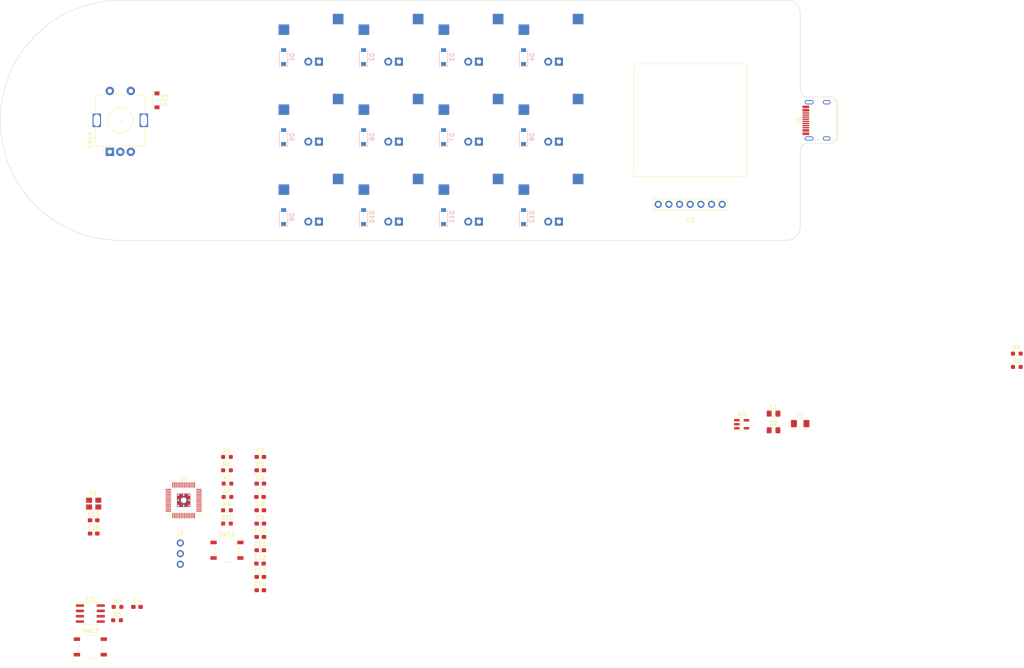
<source format=kicad_pcb>
(kicad_pcb (version 20211014) (generator pcbnew)
  (layers (0 "F.Cu" signal) (31 "B.Cu" signal) (34 "B.Paste" user) (35 "F.Paste" user) (36 "B.SilkS" user "B.Silkscreen") (37 "F.SilkS" user "F.Silkscreen") (38 "B.Mask" user) (39 "F.Mask" user) (44 "Edge.Cuts" user))
  (net 0 "")
  (net 1 "+5V")
  (net 2 "GND")
  (net 3 "+3V3")
  (net 4 "+1V1")
  (net 5 "/VREF_ADC")
  (net 6 "Net-(C15-Pad2)")
  (net 7 "Net-(C16-Pad2)")
  (net 8 "Row0")
  (net 9 "Net-(D1-Pad2)")
  (net 10 "Net-(D2-Pad2)")
  (net 11 "Net-(D3-Pad2)")
  (net 12 "Net-(D4-Pad2)")
  (net 13 "Row1")
  (net 14 "Net-(D5-Pad2)")
  (net 15 "Net-(D6-Pad2)")
  (net 16 "Net-(D7-Pad2)")
  (net 17 "Net-(D8-Pad2)")
  (net 18 "Row2")
  (net 19 "Net-(D9-Pad2)")
  (net 20 "Net-(D10-Pad2)")
  (net 21 "Net-(D11-Pad2)")
  (net 22 "Net-(D12-Pad2)")
  (net 23 "Net-(D13-Pad2)")
  (net 24 "VUSB")
  (net 25 "Net-(J1-PadA5)")
  (net 26 "/USB_D+")
  (net 27 "/USB_D-")
  (net 29 "Net-(J1-PadB5)")
  (net 32 "/SWDIO")
  (net 33 "/SWCLK")
  (net 34 "/QSPI_SS")
  (net 35 "/~{USB_BOOT}")
  (net 36 "/D+")
  (net 37 "/D-")
  (net 38 "Net-(R8-Pad2)")
  (net 39 "Net-(R9-Pad1)")
  (net 40 "/~{RESET}")
  (net 41 "Col0")
  (net 42 "Col1")
  (net 43 "Col2")
  (net 44 "Col3")
  (net 45 "/ENC_A")
  (net 46 "/ENC_B")
  (net 47 "/ENC_C")
  (net 48 "Col4")
  (net 49 "/MOSI")
  (net 50 "/SCLK")
  (net 51 "/CS")
  (net 52 "/DC")
  (net 53 "/OLED_RST")
  (net 67 "/QSPI_SD3")
  (net 68 "/QSPI_SCLK")
  (net 69 "/QSPI_SD0")
  (net 70 "/QSPI_SD2")
  (net 71 "/QSPI_SD1")
  (footprint "Capacitor_SMD:C_0603_1608Metric_Pad1.08x0.95mm_HandSolder" (layer "F.Cu") (at 89.69375 156.36875)
    (fp_text reference "C11" (at 0 -1.43) (layer "F.SilkS"))
    (fp_text value "2.2u")
    (pad "1" smd roundrect (at -0.8625 0) (size 1.075 0.95) (layers "F.Cu" "F.Paste" "F.Mask") (net 2 "GND"))
    (pad "2" smd roundrect (at 0.8625 0) (size 1.075 0.95) (layers "F.Cu" "F.Paste" "F.Mask") (net 4 "+1V1"))
  )
  (footprint "Capacitor_SMD:C_0805_2012Metric_Pad1.18x1.45mm_HandSolder" (layer "F.Cu") (at 211.93125 123.825)
    (fp_text reference "C1" (at 0 -1.68) (layer "F.SilkS"))
    (fp_text value "10u")
    (pad "1" smd roundrect (at -1.0375 0) (size 1.175 1.45) (layers "F.Cu" "F.Paste" "F.Mask") (roundrect_rratio 0.212766) (net 1 "+5V"))
    (pad "2" smd roundrect (at 1.0375 0) (size 1.175 1.45) (layers "F.Cu" "F.Paste" "F.Mask") (roundrect_rratio 0.212766) (net 2 "GND"))
  )
  (footprint "Capacitor_SMD:C_0603_1608Metric_Pad1.08x0.95mm_HandSolder" (layer "F.Cu") (at 89.69375 140.49375)
    (fp_text reference "C6" (at 0 -1.43) (layer "F.SilkS"))
    (fp_text value "100n")
    (pad "1" smd roundrect (at -0.8625 0) (size 1.075 0.95) (layers "F.Cu" "F.Paste" "F.Mask") (net 3 "+3V3"))
    (pad "2" smd roundrect (at 0.8625 0) (size 1.075 0.95) (layers "F.Cu" "F.Paste" "F.Mask") (net 2 "GND"))
  )
  (footprint "Resistor_SMD:R_0603_1608Metric_Pad0.98x0.95mm_HandSolder" (layer "F.Cu") (at 55.68125 169.8625)
    (fp_text reference "R3" (at 0 -1.43) (layer "F.SilkS"))
    (fp_text value "10k")
    (pad "1" smd roundrect (at -0.9125 0) (size 0.975 0.95) (layers "F.Cu" "F.Paste" "F.Mask") (net 3 "+3V3"))
    (pad "2" smd roundrect (at 0.9125 0) (size 0.975 0.95) (layers "F.Cu" "F.Paste" "F.Mask") (net 34 "/QSPI_SS"))
  )
  (footprint "jam-pad:SW_Push_PTS526" (layer "F.Cu") (at 49.2125 179.3875)
    (fp_text reference "SW13" (at 0 -3.81) (layer "F.SilkS"))
    (fp_text value "SW_Push")
    (pad "1" smd rect locked (at 3.2 -1.85) (size 1.5 0.85) (layers "F.Cu" "F.Paste" "F.Mask") (net 2 "GND"))
    (pad "1" smd rect locked (at -3.2 -1.85) (size 1.5 0.85) (layers "F.Cu" "F.Paste" "F.Mask") (net 2 "GND"))
    (pad "2" smd rect locked (at -3.2 1.85) (size 1.5 0.85) (layers "F.Cu" "F.Paste" "F.Mask") (net 35 "/~{USB_BOOT}"))
    (pad "2" smd rect locked (at 3.2 1.85) (size 1.5 0.85) (layers "F.Cu" "F.Paste" "F.Mask") (net 35 "/~{USB_BOOT}"))
  )
  (footprint "jam-pad:PinHeader_1x03_P2.54mm_NoSilk" (layer "F.Cu") (at 70.64375 154.6375)
    (fp_text reference "J2" (at 0 -2.33) (layer "F.SilkS"))
    (fp_text value "PH_01x03_2.54mm")
    (pad "1" thru_hole circle (at 0 0) (size 1.7 1.7) (drill 1) (layers *.Cu *.Mask) (net 32 "/SWDIO"))
    (pad "2" thru_hole oval (at 0 2.54) (size 1.7 1.7) (drill 1) (layers *.Cu *.Mask) (net 2 "GND"))
    (pad "3" thru_hole oval (at 0 5.08) (size 1.7 1.7) (drill 1) (layers *.Cu *.Mask) (net 33 "/SWCLK"))
  )
  (footprint "Capacitor_SMD:C_0603_1608Metric_Pad1.08x0.95mm_HandSolder" (layer "F.Cu") (at 89.69375 162.71875)
    (fp_text reference "C13" (at 0 -1.43) (layer "F.SilkS"))
    (fp_text value "100n")
    (pad "1" smd roundrect (at -0.8625 0) (size 1.075 0.95) (layers "F.Cu" "F.Paste" "F.Mask") (net 2 "GND"))
    (pad "2" smd roundrect (at 0.8625 0) (size 1.075 0.95) (layers "F.Cu" "F.Paste" "F.Mask") (net 4 "+1V1"))
  )
  (footprint "Keebio-Parts:RotaryEncoder_Alps_EC11E-Switch_Vertical_H20mm" (layer "F.Cu") (at 56.35625 53.975 90)
    (fp_text reference "SW14" (at -4.7 -7.2 90) (layer "F.SilkS"))
    (fp_text value "RotaryEncoder_Switch")
    (pad "A" thru_hole rect locked (at -7.5 -2.5 90) (size 2 2) (drill 1) (layers *.Cu *.Mask) (net 45 "/ENC_A"))
    (pad "B" thru_hole circle locked (at -7.5 2.5 90) (size 2 2) (drill 1) (layers *.Cu *.Mask) (net 46 "/ENC_B"))
    (pad "C" thru_hole circle locked (at -7.5 0 90) (size 2 2) (drill 1) (layers *.Cu *.Mask) (net 47 "/ENC_C"))
    (pad "MP" thru_hole rect locked (at 0 -5.6 90) (size 3.2 2) (drill oval 2.8 1.5) (layers *.Cu *.Mask))
    (pad "MP" thru_hole rect locked (at 0 5.6 90) (size 3.2 2) (drill oval 2.8 1.5) (layers *.Cu *.Mask))
    (pad "S1" thru_hole circle locked (at 7 2.5 90) (size 2 2) (drill 1) (layers *.Cu *.Mask) (net 23 "Net-(D13-Pad2)"))
    (pad "S2" thru_hole circle locked (at 7 -2.5 90) (size 2 2) (drill 1) (layers *.Cu *.Mask) (net 48 "Col4"))
  )
  (footprint "jam-pad:USB_C_Receptacle_GCT_USB4105-GF-A-120" (layer "F.Cu") (at 220.41875 53.975 90)
    (fp_text reference "J1" (at 0 -2.61 90) (layer "F.SilkS"))
    (fp_text value "USB_C")
    (pad "" np_thru_hole circle (at 2.89 0.5 90) (size 0.65 0.65) (drill 0.65) (layers F&B.Cu *.Mask))
    (pad "" np_thru_hole circle (at -2.89 0.5 90) (size 0.65 0.65) (drill 0.65) (layers F&B.Cu *.Mask))
    (pad "A1" smd rect (at -3.35 -0.8 90) (size 0.3 1.6) (layers "F.Cu" "F.Paste" "F.Mask") (net 2 "GND"))
    (pad "A4" smd rect (at -2.55 -0.8 90) (size 0.3 1.6) (layers "F.Cu" "F.Paste" "F.Mask") (net 24 "VUSB"))
    (pad "A5" smd rect (at -1.25 -0.8 90) (size 0.3 1.6) (layers "F.Cu" "F.Paste" "F.Mask") (net 25 "Net-(J1-PadA5)"))
    (pad "A6" smd rect (at -0.25 -0.8 90) (size 0.3 1.6) (layers "F.Cu" "F.Paste" "F.Mask") (net 26 "/USB_D+"))
    (pad "A7" smd rect (at 0.25 -0.8 90) (size 0.3 1.6) (layers "F.Cu" "F.Paste" "F.Mask") (net 27 "/USB_D-"))
    (pad "A8" smd rect (at 1.25 -0.8 90) (size 0.3 1.6) (layers "F.Cu" "F.Paste" "F.Mask"))
    (pad "A9" smd rect (at 2.55 -0.8 90) (size 0.3 1.6) (layers "F.Cu" "F.Paste" "F.Mask") (net 24 "VUSB"))
    (pad "A12" smd rect (at 3.35 -0.8 90) (size 0.3 1.6) (layers "F.Cu" "F.Paste" "F.Mask") (net 2 "GND"))
    (pad "B1" smd rect (at 3.05 -0.8 90) (size 0.3 1.6) (layers "F.Cu" "F.Paste" "F.Mask") (net 2 "GND"))
    (pad "B4" smd rect (at 2.25 -0.8 90) (size 0.3 1.6) (layers "F.Cu" "F.Paste" "F.Mask") (net 24 "VUSB"))
    (pad "B5" smd rect (at 1.75 -0.8 90) (size 0.3 1.6) (layers "F.Cu" "F.Paste" "F.Mask") (net 29 "Net-(J1-PadB5)"))
    (pad "B6" smd rect (at 0.75 -0.8 90) (size 0.3 1.6) (layers "F.Cu" "F.Paste" "F.Mask") (net 26 "/USB_D+"))
    (pad "B7" smd rect (at -0.75 -0.8 90) (size 0.3 1.6) (layers "F.Cu" "F.Paste" "F.Mask") (net 27 "/USB_D-"))
    (pad "B8" smd rect (at -1.75 -0.8 90) (size 0.3 1.6) (layers "F.Cu" "F.Paste" "F.Mask"))
    (pad "B9" smd rect (at -2.25 -0.8 90) (size 0.3 1.6) (layers "F.Cu" "F.Paste" "F.Mask") (net 24 "VUSB"))
    (pad "B12" smd rect (at -3.05 -0.8 90) (size 0.3 1.6) (layers "F.Cu" "F.Paste" "F.Mask") (net 2 "GND"))
    (pad "S1" thru_hole oval (at 4.32 4.18 90) (size 1 1.8) (drill oval 0.6 1.4) (layers *.Cu *.Mask))
    (pad "S1" thru_hole oval (at -4.32 0 90) (size 1 2.1) (drill oval 0.6 1.7) (layers *.Cu *.Mask))
    (pad "S1" thru_hole oval (at -4.32 4.18 90) (size 1 1.8) (drill oval 0.6 1.4) (layers *.Cu *.Mask))
    (pad "S1" thru_hole oval (at 4.32 0 90) (size 1 2.1) (drill oval 0.6 1.7) (layers *.Cu *.Mask))
  )
  (footprint "MX_Only:MXOnly-1U-Hotswap-LED" (layer "F.Cu") (at 121.44375 73.025)
    (fp_text reference "SW10")
    (fp_text value "MX_Hotswap")
    (pad "" np_thru_hole circle locked (at -5.08 0 48.0996) (size 1.75 1.75) (drill 1.75) (layers *.Cu *.Mask))
    (pad "" np_thru_hole circle locked (at -3.81 -2.54) (size 3 3) (drill 3) (layers *.Cu *.Mask))
    (pad "" np_thru_hole circle locked (at 2.54 -5.08) (size 3 3) (drill 3) (layers *.Cu *.Mask))
    (pad "" np_thru_hole circle locked (at 0 0) (size 3.9878 3.9878) (drill 3.9878) (layers *.Cu *.Mask))
    (pad "" np_thru_hole circle locked (at 5.08 0 48.0996) (size 1.75 1.75) (drill 1.75) (layers *.Cu *.Mask))
    (pad "1" smd rect locked (at -7.085 -2.54) (size 2.55 2.5) (layers "B.Cu" "B.Paste" "B.Mask") (net 20 "Net-(D10-Pad2)"))
    (pad "2" smd rect locked (at 5.842 -5.08) (size 2.55 2.5) (layers "B.Cu" "B.Paste" "B.Mask") (net 42 "Col1"))
    (pad "3" thru_hole circle locked (at -1.27 5.08) (size 1.905 1.905) (drill 1.04) (layers *.Cu "B.Mask"))
    (pad "4" thru_hole rect locked (at 1.27 5.08) (size 1.905 1.905) (drill 1.04) (layers *.Cu "B.Mask"))
  )
  (footprint "jam-pad:Display_Waveshare_OLED_1.5inch_128x128" (layer "F.Cu") (at 192.0875 53.975 90)
    (fp_text reference "U2" (at -23.8125 0) (layer "F.SilkS"))
    (fp_text value "OLED_RGB_128x128_waveshare")
    (pad "" np_thru_hole circle (at 19.75 16 90) (size 2.2 2.2) (drill 2.2) (layers F&B.Cu *.Mask))
    (pad "" np_thru_hole circle (at -19.75 -16 90) (size 2.2 2.2) (drill 2.2) (layers F&B.Cu *.Mask))
    (pad "" np_thru_hole circle (at -19.75 16 90) (size 2.2 2.2) (drill 2.2) (layers F&B.Cu *.Mask))
    (pad "" np_thru_hole circle (at 19.75 -16 90) (size 2.2 2.2) (drill 2.2) (layers F&B.Cu *.Mask))
    (pad "1" thru_hole circle (at -20 -7.62 90) (size 1.7 1.7) (drill 1) (layers *.Cu *.Mask) (net 3 "+3V3"))
    (pad "2" thru_hole oval (at -20 -5.08 90) (size 1.7 1.7) (drill 1) (layers *.Cu *.Mask) (net 2 "GND"))
    (pad "3" thru_hole oval (at -20 -2.54 90) (size 1.7 1.7) (drill 1) (layers *.Cu *.Mask) (net 49 "/MOSI"))
    (pad "4" thru_hole oval (at -20 0 90) (size 1.7 1.7) (drill 1) (layers *.Cu *.Mask) (net 50 "/SCLK"))
    (pad "5" thru_hole oval (at -20 2.54 90) (size 1.7 1.7) (drill 1) (layers *.Cu *.Mask) (net 51 "/CS"))
    (pad "6" thru_hole oval (at -20 5.08 90) (size 1.7 1.7) (drill 1) (layers *.Cu *.Mask) (net 52 "/DC"))
    (pad "7" thru_hole oval (at -20 7.62 90) (size 1.7 1.7) (drill 1) (layers *.Cu *.Mask) (net 53 "/OLED_RST"))
  )
  (footprint "Resistor_SMD:R_0603_1608Metric_Pad0.98x0.95mm_HandSolder" (layer "F.Cu") (at 81.75625 150.01875)
    (fp_text reference "R10" (at 0 -1.43) (layer "F.SilkS"))
    (fp_text value "10k")
    (pad "1" smd roundrect (at -0.9125 0) (size 0.975 0.95) (layers "F.Cu" "F.Paste" "F.Mask") (net 3 "+3V3"))
    (pad "2" smd roundrect (at 0.9125 0) (size 0.975 0.95) (layers "F.Cu" "F.Paste" "F.Mask") (net 40 "/~{RESET}"))
  )
  (footprint "Fuse:Fuse_1206_3216Metric_Pad1.42x1.75mm_HandSolder" (layer "F.Cu") (at 218.28125 126.20625)
    (fp_text reference "F1" (at 0 -1.82) (layer "F.SilkS"))
    (fp_text value "0ZCJ0025FF2E")
    (pad "1" smd roundrect (at -1.4875 0) (size 1.425 1.75) (layers "F.Cu" "F.Paste" "F.Mask") (roundrect_rratio 0.175439) (net 24 "VUSB"))
    (pad "2" smd roundrect (at 1.4875 0) (size 1.425 1.75) (layers "F.Cu" "F.Paste" "F.Mask") (roundrect_rratio 0.175439) (net 1 "+5V"))
  )
  (footprint "Capacitor_SMD:C_0603_1608Metric_Pad1.08x0.95mm_HandSolder" (layer "F.Cu") (at 89.69375 150.01875)
    (fp_text reference "C9" (at 0 -1.43) (layer "F.SilkS"))
    (fp_text value "100n")
    (pad "1" smd roundrect (at -0.8625 0) (size 1.075 0.95) (layers "F.Cu" "F.Paste" "F.Mask") (net 3 "+3V3"))
    (pad "2" smd roundrect (at 0.8625 0) (size 1.075 0.95) (layers "F.Cu" "F.Paste" "F.Mask") (net 2 "GND"))
  )
  (footprint "MX_Only:MXOnly-1U-Hotswap-LED" (layer "F.Cu") (at 140.49375 53.975)
    (fp_text reference "SW7")
    (fp_text value "MX_Hotswap")
    (pad "" np_thru_hole circle locked (at 0 0) (size 3.9878 3.9878) (drill 3.9878) (layers *.Cu *.Mask))
    (pad "" np_thru_hole circle locked (at 5.08 0 48.0996) (size 1.75 1.75) (drill 1.75) (layers *.Cu *.Mask))
    (pad "" np_thru_hole circle locked (at -5.08 0 48.0996) (size 1.75 1.75) (drill 1.75) (layers *.Cu *.Mask))
    (pad "" np_thru_hole circle locked (at 2.54 -5.08) (size 3 3) (drill 3) (layers *.Cu *.Mask))
    (pad "" np_thru_hole circle locked (at -3.81 -2.54) (size 3 3) (drill 3) (layers *.Cu *.Mask))
    (pad "1" smd rect locked (at -7.085 -2.54) (size 2.55 2.5) (layers "B.Cu" "B.Paste" "B.Mask") (net 16 "Net-(D7-Pad2)"))
    (pad "2" smd rect locked (at 5.842 -5.08) (size 2.55 2.5) (layers "B.Cu" "B.Paste" "B.Mask") (net 43 "Col2"))
    (pad "3" thru_hole circle locked (at -1.27 5.08) (size 1.905 1.905) (drill 1.04) (layers *.Cu "B.Mask"))
    (pad "4" thru_hole rect locked (at 1.27 5.08) (size 1.905 1.905) (drill 1.04) (layers *.Cu "B.Mask"))
  )
  (footprint "Resistor_SMD:R_0603_1608Metric_Pad0.98x0.95mm_HandSolder" (layer "F.Cu") (at 269.875 112.7125)
    (fp_text reference "R2" (at 0 -1.43) (layer "F.SilkS"))
    (fp_text value "5.1k")
    (pad "1" smd roundrect (at -0.9125 0) (size 0.975 0.95) (layers "F.Cu" "F.Paste" "F.Mask") (net 25 "Net-(J1-PadA5)"))
    (pad "2" smd roundrect (at 0.9125 0) (size 0.975 0.95) (layers "F.Cu" "F.Paste" "F.Mask") (net 2 "GND"))
  )
  (footprint "MX_Only:MXOnly-1U-Hotswap-LED" (layer "F.Cu") (at 159.54375 34.925)
    (fp_text reference "SW4")
    (fp_text value "MX_Hotswap")
    (pad "" np_thru_hole circle locked (at 2.54 -5.08) (size 3 3) (drill 3) (layers *.Cu *.Mask))
    (pad "" np_thru_hole circle locked (at -3.81 -2.54) (size 3 3) (drill 3) (layers *.Cu *.Mask))
    (pad "" np_thru_hole circle locked (at -5.08 0 48.0996) (size 1.75 1.75) (drill 1.75) (layers *.Cu *.Mask))
    (pad "" np_thru_hole circle locked (at 5.08 0 48.0996) (size 1.75 1.75) (drill 1.75) (layers *.Cu *.Mask))
    (pad "" np_thru_hole circle locked (at 0 0) (size 3.9878 3.9878) (drill 3.9878) (layers *.Cu *.Mask))
    (pad "1" smd rect locked (at -7.085 -2.54) (size 2.55 2.5) (layers "B.Cu" "B.Paste" "B.Mask") (net 12 "Net-(D4-Pad2)"))
    (pad "2" smd rect locked (at 5.842 -5.08) (size 2.55 2.5) (layers "B.Cu" "B.Paste" "B.Mask") (net 44 "Col3"))
    (pad "3" thru_hole circle locked (at -1.27 5.08) (size 1.905 1.905) (drill 1.04) (layers *.Cu "B.Mask"))
    (pad "4" thru_hole rect locked (at 1.27 5.08) (size 1.905 1.905) (drill 1.04) (layers *.Cu "B.Mask"))
  )
  (footprint "Crystal:Crystal_SMD_SeikoEpson_FA238-4Pin_3.2x2.5mm" (layer "F.Cu") (at 50.00625 145.25625)
    (fp_text reference "Y1" (at 0 -2.45) (layer "F.SilkS"))
    (fp_text value "ECS-120-18-33-JGN")
    (pad "1" smd rect (at -1.1 0.8) (size 1.4 1.2) (layers "F.Cu" "F.Paste" "F.Mask") (net 7 "Net-(C16-Pad2)"))
    (pad "2" smd rect (at 1.1 0.8) (size 1.4 1.2) (layers "F.Cu" "F.Paste" "F.Mask") (net 2 "GND"))
    (pad "3" smd rect (at 1.1 -0.8) (size 1.4 1.2) (layers "F.Cu" "F.Paste" "F.Mask") (net 6 "Net-(C15-Pad2)"))
    (pad "4" smd rect (at -1.1 -0.8) (size 1.4 1.2) (layers "F.Cu" "F.Paste" "F.Mask") (net 2 "GND"))
  )
  (footprint "Resistor_SMD:R_0603_1608Metric_Pad0.98x0.95mm_HandSolder" (layer "F.Cu") (at 81.875 143.66875)
    (fp_text reference "R8" (at 0 -1.43) (layer "F.SilkS"))
    (fp_text value "1k")
    (pad "1" smd roundrect (at -0.9125 0) (size 0.975 0.95) (layers "F.Cu" "F.Paste" "F.Mask") (net 6 "Net-(C15-Pad2)"))
    (pad "2" smd roundrect (at 0.9125 0) (size 0.975 0.95) (layers "F.Cu" "F.Paste" "F.Mask") (net 38 "Net-(R8-Pad2)"))
  )
  (footprint "Capacitor_SMD:C_0603_1608Metric_Pad1.08x0.95mm_HandSolder" (layer "F.Cu") (at 89.625 159.54375)
    (fp_text reference "C12" (at 0 -1.43) (layer "F.SilkS"))
    (fp_text value "100n")
    (pad "1" smd roundrect (at -0.8625 0) (size 1.075 0.95) (layers "F.Cu" "F.Paste" "F.Mask") (net 2 "GND"))
    (pad "2" smd roundrect (at 0.8625 0) (size 1.075 0.95) (layers "F.Cu" "F.Paste" "F.Mask") (net 4 "+1V1"))
  )
  (footprint "Capacitor_SMD:C_0603_1608Metric_Pad1.08x0.95mm_HandSolder" (layer "F.Cu") (at 50.00625 149.225)
    (fp_text reference "C15" (at 0 -1.43) (layer "F.SilkS"))
    (fp_text value "27p")
    (pad "1" smd roundrect (at -0.8625 0) (size 1.075 0.95) (layers "F.Cu" "F.Paste" "F.Mask") (net 2 "GND"))
    (pad "2" smd roundrect (at 0.8625 0) (size 1.075 0.95) (layers "F.Cu" "F.Paste" "F.Mask") (net 6 "Net-(C15-Pad2)"))
  )
  (footprint "MX_Only:MXOnly-1U-Hotswap-LED" (layer "F.Cu") (at 102.39375 53.975)
    (fp_text reference "SW5")
    (fp_text value "MX_Hotswap")
    (pad "" np_thru_hole circle locked (at 2.54 -5.08) (size 3 3) (drill 3) (layers *.Cu *.Mask))
    (pad "" np_thru_hole circle locked (at 0 0) (size 3.9878 3.9878) (drill 3.9878) (layers *.Cu *.Mask))
    (pad "" np_thru_hole circle locked (at -5.08 0 48.0996) (size 1.75 1.75) (drill 1.75) (layers *.Cu *.Mask))
    (pad "" np_thru_hole circle locked (at 5.08 0 48.0996) (size 1.75 1.75) (drill 1.75) (layers *.Cu *.Mask))
    (pad "" np_thru_hole circle locked (at -3.81 -2.54) (size 3 3) (drill 3) (layers *.Cu *.Mask))
    (pad "1" smd rect locked (at -7.085 -2.54) (size 2.55 2.5) (layers "B.Cu" "B.Paste" "B.Mask") (net 14 "Net-(D5-Pad2)"))
    (pad "2" smd rect locked (at 5.842 -5.08) (size 2.55 2.5) (layers "B.Cu" "B.Paste" "B.Mask") (net 41 "Col0"))
    (pad "3" thru_hole circle locked (at -1.27 5.08) (size 1.905 1.905) (drill 1.04) (layers *.Cu "B.Mask"))
    (pad "4" thru_hole rect locked (at 1.27 5.08) (size 1.905 1.905) (drill 1.04) (layers *.Cu "B.Mask"))
  )
  (footprint "Resistor_SMD:R_0603_1608Metric_Pad0.98x0.95mm_HandSolder" (layer "F.Cu") (at 269.875 109.5375)
    (fp_text reference "R1" (at 0 -1.43) (layer "F.SilkS"))
    (fp_text value "5.1k")
    (pad "1" smd roundrect (at -0.9125 0) (size 0.975 0.95) (layers "F.Cu" "F.Paste" "F.Mask") (net 29 "Net-(J1-PadB5)"))
    (pad "2" smd roundrect (at 0.9125 0) (size 0.975 0.95) (layers "F.Cu" "F.Paste" "F.Mask") (net 2 "GND"))
  )
  (footprint "Package_TO_SOT_SMD:SOT-23-5" (layer "F.Cu") (at 204.3375 126.3625)
    (fp_text reference "U4" (at 0 -2.4) (layer "F.SilkS"))
    (fp_text value "MIC5319-3.3YD5")
    (pad "1" smd roundrect (at -1.1375 -0.95) (size 1.325 0.6) (layers "F.Cu" "F.Paste" "F.Mask") (net 1 "+5V"))
    (pad "2" smd roundrect (at -1.1375 0) (size 1.325 0.6) (layers "F.Cu" "F.Paste" "F.Mask") (net 2 "GND"))
    (pad "3" smd roundrect (at -1.1375 0.95) (size 1.325 0.6) (layers "F.Cu" "F.Paste" "F.Mask") (net 1 "+5V"))
    (pad "4" smd roundrect (at 1.1375 0.95) (size 1.325 0.6) (layers "F.Cu" "F.Paste" "F.Mask"))
    (pad "5" smd roundrect (at 1.1375 -0.95) (size 1.325 0.6) (layers "F.Cu" "F.Paste" "F.Mask") (net 3 "+3V3"))
  )
  (footprint "MX_Only:MXOnly-1U-Hotswap-LED" (layer "F.Cu") (at 102.39375 73.025)
    (fp_text reference "SW9")
    (fp_text value "MX_Hotswap")
    (pad "" np_thru_hole circle locked (at 2.54 -5.08) (size 3 3) (drill 3) (layers *.Cu *.Mask))
    (pad "" np_thru_hole circle locked (at 5.08 0 48.0996) (size 1.75 1.75) (drill 1.75) (layers *.Cu *.Mask))
    (pad "" np_thru_hole circle locked (at -5.08 0 48.0996) (size 1.75 1.75) (drill 1.75) (layers *.Cu *.Mask))
    (pad "" np_thru_hole circle locked (at 0 0) (size 3.9878 3.9878) (drill 3.9878) (layers *.Cu *.Mask))
    (pad "" np_thru_hole circle locked (at -3.81 -2.54) (size 3 3) (drill 3) (layers *.Cu *.Mask))
    (pad "1" smd rect locked (at -7.085 -2.54) (size 2.55 2.5) (layers "B.Cu" "B.Paste" "B.Mask") (net 19 "Net-(D9-Pad2)"))
    (pad "2" smd rect locked (at 5.842 -5.08) (size 2.55 2.5) (layers "B.Cu" "B.Paste" "B.Mask") (net 41 "Col0"))
    (pad "3" thru_hole circle locked (at -1.27 5.08) (size 1.905 1.905) (drill 1.04) (layers *.Cu "B.Mask"))
    (pad "4" thru_hole rect locked (at 1.27 5.08) (size 1.905 1.905) (drill 1.04) (layers *.Cu "B.Mask"))
  )
  (footprint "Capacitor_SMD:C_0805_2012Metric_Pad1.18x1.45mm_HandSolder" (layer "F.Cu") (at 211.93125 127.79375)
    (fp_text reference "C2" (at 0 -1.68) (layer "F.SilkS"))
    (fp_text value "10u")
    (pad "1" smd roundrect (at -1.0375 0) (size 1.175 1.45) (layers "F.Cu" "F.Paste" "F.Mask") (roundrect_rratio 0.212766) (net 3 "+3V3"))
    (pad "2" smd roundrect (at 1.0375 0) (size 1.175 1.45) (layers "F.Cu" "F.Paste" "F.Mask") (roundrect_rratio 0.212766) (net 2 "GND"))
  )
  (footprint "Resistor_SMD:R_0603_1608Metric_Pad0.98x0.95mm_HandSolder" (layer "F.Cu") (at 81.875 140.49375)
    (fp_text reference "R7" (at 0 -1.43) (layer "F.SilkS"))
    (fp_text value "27")
    (pad "1" smd roundrect (at -0.9125 0) (size 0.975 0.95) (layers "F.Cu" "F.Paste" "F.Mask") (net 37 "/D-"))
    (pad "2" smd roundrect (at 0.9125 0) (size 0.975 0.95) (layers "F.Cu" "F.Paste" "F.Mask") (net 27 "/USB_D-"))
  )
  (footprint "MX_Only:MXOnly-1U-Hotswap-LED" (layer "F.Cu") (at 140.49375 34.925)
    (fp_text reference "SW3")
    (fp_text value "MX_Hotswap")
    (pad "" np_thru_hole circle locked (at 0 0) (size 3.9878 3.9878) (drill 3.9878) (layers *.Cu *.Mask))
    (pad "" np_thru_hole circle locked (at -5.08 0 48.0996) (size 1.75 1.75) (drill 1.75) (layers *.Cu *.Mask))
    (pad "" np_thru_hole circle locked (at 2.54 -5.08) (size 3 3) (drill 3) (layers *.Cu *.Mask))
    (pad "" np_thru_hole circle locked (at 5.08 0 48.0996) (size 1.75 1.75) (drill 1.75) (layers *.Cu *.Mask))
    (pad "" np_thru_hole circle locked (at -3.81 -2.54) (size 3 3) (drill 3) (layers *.Cu *.Mask))
    (pad "1" smd rect locked (at -7.085 -2.54) (size 2.55 2.5) (layers "B.Cu" "B.Paste" "B.Mask") (net 11 "Net-(D3-Pad2)"))
    (pad "2" smd rect locked (at 5.842 -5.08) (size 2.55 2.5) (layers "B.Cu" "B.Paste" "B.Mask") (net 43 "Col2"))
    (pad "3" thru_hole circle locked (at -1.27 5.08) (size 1.905 1.905) (drill 1.04) (layers *.Cu "B.Mask"))
    (pad "4" thru_hole rect locked (at 1.27 5.08) (size 1.905 1.905) (drill 1.04) (layers *.Cu "B.Mask"))
  )
  (footprint "Resistor_SMD:R_0603_1608Metric_Pad0.98x0.95mm_HandSolder" (layer "F.Cu") (at 81.75625 146.84375)
    (fp_text reference "R9" (at 0 -1.43) (layer "F.SilkS"))
    (fp_text value "1k")
    (pad "1" smd roundrect (at -0.9125 0) (size 0.975 0.95) (layers "F.Cu" "F.Paste" "F.Mask") (net 39 "Net-(R9-Pad1)"))
    (pad "2" smd roundrect (at 0.9125 0) (size 0.975 0.95) (layers "F.Cu" "F.Paste" "F.Mask") (net 35 "/~{USB_BOOT}"))
  )
  (footprint "MX_Only:MXOnly-1U-Hotswap-LED" (layer "F.Cu") (at 102.39375 34.925)
    (fp_text reference "SW1")
    (fp_text value "MX_Hotswap")
    (pad "" np_thru_hole circle locked (at 0 0) (size 3.9878 3.9878) (drill 3.9878) (layers *.Cu *.Mask))
    (pad "" np_thru_hole circle locked (at 2.54 -5.08) (size 3 3) (drill 3) (layers *.Cu *.Mask))
    (pad "" np_thru_hole circle locked (at 5.08 0 48.0996) (size 1.75 1.75) (drill 1.75) (layers *.Cu *.Mask))
    (pad "" np_thru_hole circle locked (at -5.08 0 48.0996) (size 1.75 1.75) (drill 1.75) (layers *.Cu *.Mask))
    (pad "" np_thru_hole circle locked (at -3.81 -2.54) (size 3 3) (drill 3) (layers *.Cu *.Mask))
    (pad "1" smd rect locked (at -7.085 -2.54) (size 2.55 2.5) (layers "B.Cu" "B.Paste" "B.Mask") (net 9 "Net-(D1-Pad2)"))
    (pad "2" smd rect locked (at 5.842 -5.08) (size 2.55 2.5) (layers "B.Cu" "B.Paste" "B.Mask") (net 41 "Col0"))
    (pad "3" thru_hole circle locked (at -1.27 5.08) (size 1.905 1.905) (drill 1.04) (layers *.Cu "B.Mask"))
    (pad "4" thru_hole rect locked (at 1.27 5.08) (size 1.905 1.905) (drill 1.04) (layers *.Cu "B.Mask"))
  )
  (footprint "Package_SO:SOIC-8_3.9x4.9mm_P1.27mm" (layer "F.Cu") (at 49.2125 171.45)
    (fp_text reference "U3" (at 0 -3.4) (layer "F.SilkS"))
    (fp_text value "W25Q16JVSNIQ")
    (pad "1" smd roundrect (at -2.475 -1.905) (size 1.95 0.6) (layers "F.Cu" "F.Paste" "F.Mask") (net 34 "/QSPI_SS"))
    (pad "2" smd roundrect (at -2.475 -0.635) (size 1.95 0.6) (layers "F.Cu" "F.Paste" "F.Mask") (net 71 "/QSPI_SD1"))
    (pad "3" smd roundrect (at -2.475 0.635) (size 1.95 0.6) (layers "F.Cu" "F.Paste" "F.Mask") (net 70 "/QSPI_SD2"))
    (pad "4" smd roundrect (at -2.475 1.905) (size 1.95 0.6) (layers "F.Cu" "F.Paste" "F.Mask") (net 2 "GND"))
    (pad "5" smd roundrect (at 2.475 1.905) (size 1.95 0.6) (layers "F.Cu" "F.Paste" "F.Mask") (net 69 "/QSPI_SD0"))
    (pad "6" smd roundrect (at 2.475 0.635) (size 1.95 0.6) (layers "F.Cu" "F.Paste" "F.Mask") (net 68 "/QSPI_SCLK"))
    (pad "7" smd roundrect (at 2.475 -0.635) (size 1.95 0.6) (layers "F.Cu" "F.Paste" "F.Mask") (net 67 "/QSPI_SD3"))
    (pad "8" smd roundrect (at 2.475 -1.905) (size 1.95 0.6) (layers "F.Cu" "F.Paste" "F.Mask") (net 3 "+3V3"))
  )
  (footprint "MX_Only:MXOnly-1U-Hotswap-LED" (layer "F.Cu") (at 121.44375 34.925)
    (fp_text reference "SW2")
    (fp_text value "MX_Hotswap")
    (pad "" np_thru_hole circle locked (at -5.08 0 48.0996) (size 1.75 1.75) (drill 1.75) (layers *.Cu *.Mask))
    (pad "" np_thru_hole circle locked (at -3.81 -2.54) (size 3 3) (drill 3) (layers *.Cu *.Mask))
    (pad "" np_thru_hole circle locked (at 2.54 -5.08) (size 3 3) (drill 3) (layers *.Cu *.Mask))
    (pad "" np_thru_hole circle locked (at 0 0) (size 3.9878 3.9878) (drill 3.9878) (layers *.Cu *.Mask))
    (pad "" np_thru_hole circle locked (at 5.08 0 48.0996) (size 1.75 1.75) (drill 1.75) (layers *.Cu *.Mask))
    (pad "1" smd rect locked (at -7.085 -2.54) (size 2.55 2.5) (layers "B.Cu" "B.Paste" "B.Mask") (net 10 "Net-(D2-Pad2)"))
    (pad "2" smd rect locked (at 5.842 -5.08) (size 2.55 2.5) (layers "B.Cu" "B.Paste" "B.Mask") (net 42 "Col1"))
    (pad "3" thru_hole circle locked (at -1.27 5.08) (size 1.905 1.905) (drill 1.04) (layers *.Cu "B.Mask"))
    (pad "4" thru_hole rect locked (at 1.27 5.08) (size 1.905 1.905) (drill 1.04) (layers *.Cu "B.Mask"))
  )
  (footprint "MX_Only:MXOnly-1U-Hotswap-LED" (layer "F.Cu") (at 159.54375 53.975)
    (fp_text reference "SW8")
    (fp_text value "MX_Hotswap")
    (pad "" np_thru_hole circle locked (at 0 0) (size 3.9878 3.9878) (drill 3.9878) (layers *.Cu *.Mask))
    (pad "" np_thru_hole circle locked (at -5.08 0 48.0996) (size 1.75 1.75) (drill 1.75) (layers *.Cu *.Mask))
    (pad "" np_thru_hole circle locked (at 2.54 -5.08) (size 3 3) (drill 3) (layers *.Cu *.Mask))
    (pad "" np_thru_hole circle locked (at -3.81 -2.54) (size 3 3) (drill 3) (layers *.Cu *.Mask))
    (pad "" np_thru_hole circle locked (at 5.08 0 48.0996) (size 1.75 1.75) (drill 1.75) (layers *.Cu *.Mask))
    (pad "1" smd rect locked (at -7.085 -2.54) (size 2.55 2.5) (layers "B.Cu" "B.Paste" "B.Mask") (net 17 "Net-(D8-Pad2)"))
    (pad "2" smd rect locked (at 5.842 -5.08) (size 2.55 2.5) (layers "B.Cu" "B.Paste" "B.Mask") (net 44 "Col3"))
    (pad "3" thru_hole circle locked (at -1.27 5.08) (size 1.905 1.905) (drill 1.04) (layers *.Cu "B.Mask"))
    (pad "4" thru_hole rect locked (at 1.27 5.08) (size 1.905 1.905) (drill 1.04) (layers *.Cu "B.Mask"))
  )
  (footprint "MX_Only:MXOnly-1U-Hotswap-LED" (layer "F.Cu") (at 159.54375 73.025)
    (fp_text reference "SW12")
    (fp_text value "MX_Hotswap")
    (pad "" np_thru_hole circle locked (at 2.54 -5.08) (size 3 3) (drill 3) (layers *.Cu *.Mask))
    (pad "" np_thru_hole circle locked (at -5.08 0 48.0996) (size 1.75 1.75) (drill 1.75) (layers *.Cu *.Mask))
    (pad "" np_thru_hole circle locked (at -3.81 -2.54) (size 3 3) (drill 3) (layers *.Cu *.Mask))
    (pad "" np_thru_hole circle locked (at 0 0) (size 3.9878 3.9878) (drill 3.9878) (layers *.Cu *.Mask))
    (pad "" np_thru_hole circle locked (at 5.08 0 48.0996) (size 1.75 1.75) (drill 1.75) (layers *.Cu *.Mask))
    (pad "1" smd rect locked (at -7.085 -2.54) (size 2.55 2.5) (layers "B.Cu" "B.Paste" "B.Mask") (net 22 "Net-(D12-Pad2)"))
    (pad "2" smd rect locked (at 5.842 -5.08) (size 2.55 2.5) (layers "B.Cu" "B.Paste" "B.Mask") (net 44 "Col3"))
    (pad "3" thru_hole circle locked (at -1.27 5.08) (size 1.905 1.905) (drill 1.04) (layers *.Cu "B.Mask"))
    (pad "4" thru_hole rect locked (at 1.27 5.08) (size 1.905 1.905) (drill 1.04) (layers *.Cu "B.Mask"))
  )
  (footprint "Diode_SMD:D_SOD-123" (layer "F.Cu") (at 65.0875 49.2125 -90)
    (fp_text reference "D13" (at 0 -2 90) (layer "F.SilkS"))
    (fp_text value "1N4148W")
    (pad "1" smd rect (at -1.65 0 270) (size 0.9 1.2) (layers "F.Cu" "F.Paste" "F.Mask") (net 8 "Row0"))
    (pad "2" smd rect (at 1.65 0 270) (size 0.9 1.2) (layers "F.Cu" "F.Paste" "F.Mask") (net 23 "Net-(D13-Pad2)"))
  )
  (footprint "Capacitor_SMD:C_0603_1608Metric_Pad1.08x0.95mm_HandSolder" (layer "F.Cu") (at 89.69375 134.14375)
    (fp_text reference "C3" (at 0 -1.43) (layer "F.SilkS"))
    (fp_text value "2.2u")
    (pad "1" smd roundrect (at -0.8625 0) (size 1.075 0.95) (layers "F.Cu" "F.Paste" "F.Mask") (net 3 "+3V3"))
    (pad "2" smd roundrect (at 0.8625 0) (size 1.075 0.95) (layers "F.Cu" "F.Paste" "F.Mask") (net 2 "GND"))
  )
  (footprint "Resistor_SMD:R_0603_1608Metric_Pad0.98x0.95mm_HandSolder" (layer "F.Cu") (at 81.75625 137.31875)
    (fp_text reference "R6" (at 0 -1.43) (layer "F.SilkS"))
    (fp_text value "27")
    (pad "1" smd roundrect (at -0.9125 0) (size 0.975 0.95) (layers "F.Cu" "F.Paste" "F.Mask") (net 36 "/D+"))
    (pad "2" smd roundrect (at 0.9125 0) (size 0.975 0.95) (layers "F.Cu" "F.Paste" "F.Mask") (net 26 "/USB_D+"))
  )
  (footprint "jam-pad:SW_Push_PTS526" (layer "F.Cu") (at 81.75625 156.36875)
    (fp_text reference "SW15" (at 0 -3.81) (layer "F.SilkS"))
    (fp_text value "SW_Push")
    (pad "1" smd rect locked (at 3.2 -1.85) (size 1.5 0.85) (layers "F.Cu" "F.Paste" "F.Mask") (net 2 "GND"))
    (pad "1" smd rect locked (at -3.2 -1.85) (size 1.5 0.85) (layers "F.Cu" "F.Paste" "F.Mask") (net 2 "GND"))
    (pad "2" smd rect locked (at -3.2 1.85) (size 1.5 0.85) (layers "F.Cu" "F.Paste" "F.Mask") (net 40 "/~{RESET}"))
    (pad "2" smd rect locked (at 3.2 1.85) (size 1.5 0.85) (layers "F.Cu" "F.Paste" "F.Mask") (net 40 "/~{RESET}"))
  )
  (footprint "Resistor_SMD:R_0603_1608Metric_Pad0.98x0.95mm_HandSolder" (layer "F.Cu") (at 55.5625 173.0375)
    (fp_text reference "R5" (at 0 -1.43) (layer "F.SilkS"))
    (fp_text value "1k")
    (pad "1" smd roundrect (at -0.9125 0) (size 0.975 0.95) (layers "F.Cu" "F.Paste" "F.Mask") (net 34 "/QSPI_SS"))
    (pad "2" smd roundrect (at 0.9125 0) (size 0.975 0.95) (layers "F.Cu" "F.Paste" "F.Mask") (net 35 "/~{USB_BOOT}"))
  )
  (footprint "Capacitor_SMD:C_0603_1608Metric_Pad1.08x0.95mm_HandSolder" (layer "F.Cu") (at 50.00625 152.4)
    (fp_text reference "C16" (at 0 -1.43) (layer "F.SilkS"))
    (fp_text value "27p")
    (pad "1" smd roundrect (at -0.8625 0) (size 1.075 0.95) (layers "F.Cu" "F.Paste" "F.Mask") (net 2 "GND"))
    (pad "2" smd roundrect (at 0.8625 0) (size 1.075 0.95) (layers "F.Cu" "F.Paste" "F.Mask") (net 7 "Net-(C16-Pad2)"))
  )
  (footprint "Capacitor_SMD:C_0603_1608Metric_Pad1.08x0.95mm_HandSolder" (layer "F.Cu") (at 89.69375 137.31875)
    (fp_text reference "C5" (at 0 -1.43) (layer "F.SilkS"))
    (fp_text value "100n")
    (pad "1" smd roundrect (at -0.8625 0) (size 1.075 0.95) (layers "F.Cu" "F.Paste" "F.Mask") (net 3 "+3V3"))
    (pad "2" smd roundrect (at 0.8625 0) (size 1.075 0.95) (layers "F.Cu" "F.Paste" "F.Mask") (net 2 "GND"))
  )
  (footprint "Capacitor_SMD:C_0603_1608Metric_Pad1.08x0.95mm_HandSolder" (layer "F.Cu") (at 60.325 169.8625)
    (fp_text reference "C4" (at 0 -1.43) (layer "F.SilkS"))
    (fp_text value "100n")
    (pad "1" smd roundrect (at -0.8625 0) (size 1.075 0.95) (layers "F.Cu" "F.Paste" "F.Mask") (net 3 "+3V3"))
    (pad "2" smd roundrect (at 0.8625 0) (size 1.075 0.95) (layers "F.Cu" "F.Paste" "F.Mask") (net 2 "GND"))
  )
  (footprint "MX_Only:MXOnly-1U-Hotswap-LED" (layer "F.Cu") (at 121.44375 53.975)
    (fp_text reference "SW6")
    (fp_text value "MX_Hotswap")
    (pad "" np_thru_hole circle locked (at -5.08 0 48.0996) (size 1.75 1.75) (drill 1.75) (layers *.Cu *.Mask))
    (pad "" np_thru_hole circle locked (at -3.81 -2.54) (size 3 3) (drill 3) (layers *.Cu *.Mask))
    (pad "" np_thru_hole circle locked (at 2.54 -5.08) (size 3 3) (drill 3) (layers *.Cu *.Mask))
    (pad "" np_thru_hole circle locked (at 0 0) (size 3.9878 3.9878) (drill 3.9878) (layers *.Cu *.Mask))
    (pad "" np_thru_hole circle locked (at 5.08 0 48.0996) (size 1.75 1.75) (drill 1.75) (layers *.Cu *.Mask))
    (pad "1" smd rect locked (at -7.085 -2.54) (size 2.55 2.5) (layers "B.Cu" "B.Paste" "B.Mask") (net 15 "Net-(D6-Pad2)"))
    (pad "2" smd rect locked (at 5.842 -5.08) (size 2.55 2.5) (layers "B.Cu" "B.Paste" "B.Mask") (net 42 "Col1"))
    (pad "3" thru_hole circle locked (at -1.27 5.08) (size 1.905 1.905) (drill 1.04) (layers *.Cu "B.Mask"))
    (pad "4" thru_hole rect locked (at 1.27 5.08) (size 1.905 1.905) (drill 1.04) (layers *.Cu "B.Mask"))
  )
  (footprint "Capacitor_SMD:C_0603_1608Metric_Pad1.08x0.95mm_HandSolder" (layer "F.Cu") (at 89.625 143.66875)
    (fp_text reference "C7" (at 0 -1.43) (layer "F.SilkS"))
    (fp_text value "100n")
    (pad "1" smd roundrect (at -0.8625 0) (size 1.075 0.95) (layers "F.Cu" "F.Paste" "F.Mask") (net 3 "+3V3"))
    (pad "2" smd roundrect (at 0.8625 0) (size 1.075 0.95) (layers "F.Cu" "F.Paste" "F.Mask") (net 2 "GND"))
  )
  (footprint "Capacitor_SMD:C_0603_1608Metric_Pad1.08x0.95mm_HandSolder" (layer "F.Cu") (at 89.69375 146.84375)
    (fp_text reference "C8" (at 0 -1.43) (layer "F.SilkS"))
    (fp_text value "100n")
    (pad "1" smd roundrect (at -0.8625 0) (size 1.075 0.95) (layers "F.Cu" "F.Paste" "F.Mask") (net 3 "+3V3"))
    (pad "2" smd roundrect (at 0.8625 0) (size 1.075 0.95) (layers "F.Cu" "F.Paste" "F.Mask") (net 2 "GND"))
  )
  (footprint "Capacitor_SMD:C_0603_1608Metric_Pad1.08x0.95mm_HandSolder" (layer "F.Cu") (at 89.69375 165.89375)
    (fp_text reference "C14" (at 0 -1.43) (layer "F.SilkS"))
    (fp_text value "2.2u")
    (pad "1" smd roundrect (at -0.8625 0) (size 1.075 0.95) (layers "F.Cu" "F.Paste" "F.Mask") (net 5 "/VREF_ADC"))
    (pad "2" smd roundrect (at 0.8625 0) (size 1.075 0.95) (layers "F.Cu" "F.Paste" "F.Mask") (net 2 "GND"))
  )
  (footprint "Resistor_SMD:R_0603_1608Metric_Pad0.98x0.95mm_HandSolder" (layer "F.Cu") (at 81.75625 134.14375)
    (fp_text reference "R4" (at 0 -1.43) (layer "F.SilkS"))
    (fp_text value "200")
    (pad "1" smd roundrect (at -0.9125 0) (size 0.975 0.95) (layers "F.Cu" "F.Paste" "F.Mask") (net 3 "+3V3"))
    (pad "2" smd roundrect (at 0.9125 0) (size 0.975 0.95) (layers "F.Cu" "F.Paste" "F.Mask") (net 5 "/VREF_ADC"))
  )
  (footprint "MX_Only:MXOnly-1U-Hotswap-LED" (layer "F.Cu") (at 140.49375 73.025)
    (fp_text reference "SW11")
    (fp_text value "MX_Hotswap")
    (pad "" np_thru_hole circle locked (at 2.54 -5.08) (size 3 3) (drill 3) (layers *.Cu *.Mask))
    (pad "" np_thru_hole circle locked (at 0 0) (size 3.9878 3.9878) (drill 3.9878) (layers *.Cu *.Mask))
    (pad "" np_thru_hole circle locked (at -5.08 0 48.0996) (size 1.75 1.75) (drill 1.75) (layers *.Cu *.Mask))
    (pad "" np_thru_hole circle locked (at 5.08 0 48.0996) (size 1.75 1.75) (drill 1.75) (layers *.Cu *.Mask))
    (pad "" np_thru_hole circle locked (at -3.81 -2.54) (size 3 3) (drill 3) (layers *.Cu *.Mask))
    (pad "1" smd rect locked (at -7.085 -2.54) (size 2.55 2.5) (layers "B.Cu" "B.Paste" "B.Mask") (net 21 "Net-(D11-Pad2)"))
    (pad "2" smd rect locked (at 5.842 -5.08) (size 2.55 2.5) (layers "B.Cu" "B.Paste" "B.Mask") (net 43 "Col2"))
    (pad "3" thru_hole circle locked (at -1.27 5.08) (size 1.905 1.905) (drill 1.04) (layers *.Cu "B.Mask"))
    (pad "4" thru_hole rect locked (at 1.27 5.08) (size 1.905 1.905) (drill 1.04) (layers *.Cu "B.Mask"))
  )
  (footprint "jam-pad:RP2040-QFN-56_HandSoldering" (layer "F.Cu") (at 71.4375 144.4625)
    (fp_text reference "U1" (at 0 -5) (layer "F.SilkS"))
    (fp_text value "RP2040")
    (pad "1" smd roundrect (at -3.65 -2.6) (size 1.3 0.2) (layers "F.Cu" "F.Paste" "F.Mask") (net 3 "+3V3"))
    (pad "2" smd roundrect (at -3.65 -2.2) (size 1.3 0.2) (layers "F.Cu" "F.Paste" "F.Mask") (net 8 "Row0"))
    (pad "3" smd roundrect (at -3.65 -1.8) (size 1.3 0.2) (layers "F.Cu" "F.Paste" "F.Mask") (net 13 "Row1"))
    (pad "4" smd roundrect (at -3.65 -1.4) (size 1.3 0.2) (layers "F.Cu" "F.Paste" "F.Mask") (net 18 "Row2"))
    (pad "5" smd roundrect (at -3.65 -1) (size 1.3 0.2) (layers "F.Cu" "F.Paste" "F.Mask") (net 41 "Col0"))
    (pad "6" smd roundrect (at -3.65 -0.6) (size 1.3 0.2) (layers "F.Cu" "F.Paste" "F.Mask") (net 42 "Col1"))
    (pad "7" smd roundrect (at -3.65 -0.2) (size 1.3 0.2) (layers "F.Cu" "F.Paste" "F.Mask") (net 43 "Col2"))
    (pad "8" smd roundrect (at -3.65 0.2) (size 1.3 0.2) (layers "F.Cu" "F.Paste" "F.Mask") (net 44 "Col3"))
    (pad "9" smd roundrect (at -3.65 0.6) (size 1.3 0.2) (layers "F.Cu" "F.Paste" "F.Mask") (net 48 "Col4"))
    (pad "10" smd roundrect (at -3.65 1) (size 1.3 0.2) (layers "F.Cu" "F.Paste" "F.Mask") (net 3 "+3V3"))
    (pad "11" smd roundrect (at -3.65 1.4) (size 1.3 0.2) (layers "F.Cu" "F.Paste" "F.Mask") (net 49 "/MOSI"))
    (pad "12" smd roundrect (at -3.65 1.8) (size 1.3 0.2) (layers "F.Cu" "F.Paste" "F.Mask") (net 50 "/SCLK"))
    (pad "13" smd roundrect (at -3.65 2.2) (size 1.3 0.2) (layers "F.Cu" "F.Paste" "F.Mask") (net 51 "/CS"))
    (pad "14" smd roundrect (at -3.65 2.6) (size 1.3 0.2) (layers "F.Cu" "F.Paste" "F.Mask") (net 52 "/DC"))
    (pad "15" smd roundrect (at -2.6 3.65) (size 0.2 1.3) (layers "F.Cu" "F.Paste" "F.Mask") (net 53 "/OLED_RST"))
    (pad "16" smd roundrect (at -2.2 3.65) (size 0.2 1.3) (layers "F.Cu" "F.Paste" "F.Mask") (net 45 "/ENC_A"))
    (pad "17" smd roundrect (at -1.8 3.65) (size 0.2 1.3) (layers "F.Cu" "F.Paste" "F.Mask") (net 47 "/ENC_C"))
    (pad "18" smd roundrect (at -1.4 3.65) (size 0.2 1.3) (layers "F.Cu" "F.Paste" "F.Mask") (net 46 "/ENC_B"))
    (pad "19" smd roundrect (at -1 3.65) (size 0.2 1.3) (layers "F.Cu" "F.Paste" "F.Mask") (net 2 "GND"))
    (pad "20" smd roundrect (at -0.6 3.65) (size 0.2 1.3) (layers "F.Cu" "F.Paste" "F.Mask") (net 38 "Net-(R8-Pad2)"))
    (pad "21" smd roundrect (at -0.2 3.65) (size 0.2 1.3) (layers "F.Cu" "F.Paste" "F.Mask") (net 7 "Net-(C16-Pad2)"))
    (pad "22" smd roundrect (at 0.2 3.65) (size 0.2 1.3) (layers "F.Cu" "F.Paste" "F.Mask") (net 3 "+3V3"))
    (pad "23" smd roundrect (at 0.6 3.65) (size 0.2 1.3) (layers "F.Cu" "F.Paste" "F.Mask") (net 4 "+1V1"))
    (pad "24" smd roundrect (at 1 3.65) (size 0.2 1.3) (layers "F.Cu" "F.Paste" "F.Mask") (net 33 "/SWCLK"))
    (pad "25" smd roundrect (at 1.4 3.65) (size 0.2 1.3) (layers "F.Cu" "F.Paste" "F.Mask") (net 32 "/SWDIO"))
    (pad "26" smd roundrect (at 1.8 3.65) (size 0.2 1.3) (layers "F.Cu" "F.Paste" "F.Mask") (net 40 "/~{RESET}"))
    (pad "27" smd roundrect (at 2.2 3.65) (size 0.2 1.3) (layers "F.Cu" "F.Paste" "F.Mask"))
    (pad "28" smd roundrect (at 2.6 3.65) (size 0.2 1.3) (layers "F.Cu" "F.Paste" "F.Mask"))
    (pad "29" smd roundrect (at 3.65 2.6) (size 1.3 0.2) (layers "F.Cu" "F.Paste" "F.Mask"))
    (pad "30" smd roundrect (at 3.65 2.2) (size 1.3 0.2) (layers "F.Cu" "F.Paste" "F.Mask"))
    (pad "31" smd roundrect (at 3.65 1.8) (size 1.3 0.2) (layers "F.Cu" "F.Paste" "F.Mask"))
    (pad "32" smd roundrect (at 3.65 1.4) (size 1.3 0.2) (layers "F.Cu" "F.Paste" "F.Mask") (net 39 "Net-(R9-Pad1)"))
    (pad "33" smd roundrect (at 3.65 1) (size 1.3 0.2) (layers "F.Cu" "F.Paste" "F.Mask") (net 3 "+3V3"))
    (pad "34" smd roundrect (at 3.65 0.6) (size 1.3 0.2) (layers "F.Cu" "F.Paste" "F.Mask"))
    (pad "35" smd roundrect (at 3.65 0.2) (size 1.3 0.2) (layers "F.Cu" "F.Paste" "F.Mask"))
    (pad "36" smd roundrect (at 3.65 -0.2) (size 1.3 0.2) (layers "F.Cu" "F.Paste" "F.Mask"))
    (pad "37" smd roundrect (at 3.65 -0.6) (size 1.3 0.2) (layers "F.Cu" "F.Paste" "F.Mask"))
    (pad "38" smd roundrect (at 3.65 -1) (size 1.3 0.2) (layers "F.Cu" "F.Paste" "F.Mask"))
    (pad "39" smd roundrect (at 3.65 -1.4) (size 1.3 0.2) (layers "F.Cu" "F.Paste" "F.Mask"))
    (pad "40" smd roundrect (at 3.65 -1.8) (size 1.3 0.2) (layers "F.Cu" "F.Paste" "F.Mask"))
    (pad "41" smd roundrect (at 3.65 -2.2) (size 1.3 0.2) (layers "F.Cu" "F.Paste" "F.Mask"))
    (pad "42" smd roundrect (at 3.65 -2.6) (size 1.3 0.2) (layers "F.Cu" "F.Paste" "F.Mask") (net 3 "+3V3"))
    (pad "43" smd roundrect (at 2.6 -3.65) (size 0.2 1.3) (layers "F.Cu" "F.Paste" "F.Mask") (net 5 "/VREF_ADC"))
    (pad "44" smd roundrect (at 2.2 -3.65) (size 0.2 1.3) (layers "F.Cu" "F.Paste" "F.Mask") (net 3 "+3V3"))
    (pad "45" smd roundrect (at 1.8 -3.65) (size 0.2 1.3) (layers "F.Cu" "F.Paste" "F.Mask") (net 4 "+1V1"))
    (pad "46" smd roundrect (at 1.4 -3.65) (size 0.2 1.3) (layers "F.Cu" "F.Paste" "F.Mask") (net 37 "/D-"))
    (pad "47" smd roundrect (at 1 -3.65) (size 0.2 1.3) (layers "F.Cu" "F.Paste" "F.Mask") (net 36 "/D+"))
    (pad "48" smd roundrect (at 0.6 -3.65) (size 0.2 1.3) (layers "F.Cu" "F.Paste" "F.Mask") (net 3 "+3V3"))
    (pad "49" smd roundrect (at 0.2 -3.65) (size 0.2 1.3) (layers "F.Cu" "F.Paste" "F.Mask") (net 3 "+3V3"))
    (pad "50" smd roundrect (at -0.2 -3.65) (size 0.2 1.3) (layers "F.Cu" "F.Paste" "F.Mask") (net 4 "+1V1"))
    (pad "51" smd roundrect (at -0.6 -3.65) (size 0.2 1.3) (layers "F.Cu" "F.Paste" "F.Mask") (net 67 "/QSPI_SD3"))
    (pad "52" smd roundrect (at -1 -3.65) (size 0.2 1.3) (layers "F.Cu" "F.Paste" "F.Mask") (net 68 "/QSPI_SCLK"))
    (pad "53" smd roundrect (at -1.4 -3.65) (size 0.2 1.3) (layers "F.Cu" "F.Paste" "F.Mask") (net 69 "/QSPI_SD0"))
    (pad "54" smd roundrect (at -1.8 -3.65) (size 0.2 1.3) (layers "F.Cu" "F.Paste" "F.Mask") (net 70 "/QSPI_SD2"))
    (pad "55" smd roundrect (at -2.2 -3.65) (size 0.2 1.3) (layers "F.Cu" "F.Paste" "F.Mask") (net 71 "/QSPI_SD1"))
    (pad "56" smd roundrect (at -2.6 -3.65) (size 0.2 1.3) (layers "F.Cu" "F.Paste" "F.Mask") (net 34 "/QSPI_SS"))
    (pad "57" thru_hole circle (at 1.275 0) (size 0.6 0.6) (drill 0.35) (layers *.Cu) (net 2 "GND"))
    (pad "57" thru_hole circle (at -1.275 -1.275) (size 0.6 0.6) (drill 0.35) (layers *.Cu) (net 2 "GND"))
    (pad "57" thru_hole circle (at -1.275 1.275) (size 0.6 0.6) (drill 0.35) (layers *.Cu) (net 2 "GND"))
    (pad "57" thru_hole circle (at 1.275 -1.275) (size 0.6 0.6) (drill 0.35) (layers *.Cu) (net 2 "GND"))
    (pad "57" thru_hole circle (at 1.275 1.275) (size 0.6 0.6) (drill 0.35) (layers *.Cu) (net 2 "GND"))
    (pad "57" thru_hole circle (at 0 -1.275) (size 0.6 0.6) (drill 0.35) (layers *.Cu) (net 2 "GND"))
    (pad "57" thru_hole circle (at -1.275 0) (size 0.6 0.6) (drill 0.35) (layers *.Cu) (net 2 "GND"))
    (pad "57" thru_hole circle (at 0 0) (size 1.651 1.651) (drill 1.27) (layers *.Cu *.Mask) (net 2 "GND"))
    (pad "57" smd roundrect (at 0 0) (size 3.2 3.2) (layers "F.Cu" "F.Mask") (roundrect_rratio 0.045) (net 2 "GND"))
    (pad "57" thru_hole circle (at 0 1.275) (size 0.6 0.6) (drill 0.35) (layers *.Cu) (net 2 "GND"))
  )
  (footprint "Capacitor_SMD:C_0603_1608Metric_Pad1.08x0.95mm_HandSolder" (layer "F.Cu") (at 89.69375 153.19375)
    (fp_text reference "C10" (at 0 -1.43) (layer "F.SilkS"))
    (fp_text value "100n")
    (pad "1" smd roundrect (at -0.8625 0) (size 1.075 0.95) (layers "F.Cu" "F.Paste" "F.Mask") (net 3 "+3V3"))
    (pad "2" smd roundrect (at 0.8625 0) (size 1.075 0.95) (layers "F.Cu" "F.Paste" "F.Mask") (net 2 "GND"))
  )
  (footprint "Diode_SMD:D_SOD-123" (layer "B.Cu") (at 95.25 57.94375 90)
    (fp_text reference "D5" (at 0 2 90) (layer "B.SilkS") (effects (justify mirror)))
    (fp_text value "1N4148W")
    (pad "1" smd rect (at -1.65 0 90) (size 0.9 1.2) (layers "B.Cu" "B.Paste" "B.Mask") (net 13 "Row1"))
    (pad "2" smd rect (at 1.65 0 90) (size 0.9 1.2) (layers "B.Cu" "B.Paste" "B.Mask") (net 14 "Net-(D5-Pad2)"))
  )
  (footprint "Diode_SMD:D_SOD-123" (layer "B.Cu") (at 152.4 76.99375 90)
    (fp_text reference "D12" (at 0 2 90) (layer "B.SilkS") (effects (justify mirror)))
    (fp_text value "1N4148W")
    (pad "1" smd rect (at -1.65 0 90) (size 0.9 1.2) (layers "B.Cu" "B.Paste" "B.Mask") (net 18 "Row2"))
    (pad "2" smd rect (at 1.65 0 90) (size 0.9 1.2) (layers "B.Cu" "B.Paste" "B.Mask") (net 22 "Net-(D12-Pad2)"))
  )
  (footprint "Diode_SMD:D_SOD-123" (layer "B.Cu") (at 95.25 38.89375 90)
    (fp_text reference "D1" (at 0 2 90) (layer "B.SilkS") (effects (justify mirror)))
    (fp_text value "1N4148W")
    (pad "1" smd rect (at -1.65 0 90) (size 0.9 1.2) (layers "B.Cu" "B.Paste" "B.Mask") (net 8 "Row0"))
    (pad "2" smd rect (at 1.65 0 90) (size 0.9 1.2) (layers "B.Cu" "B.Paste" "B.Mask") (net 9 "Net-(D1-Pad2)"))
  )
  (footprint "Diode_SMD:D_SOD-123" (layer "B.Cu") (at 114.3 38.89375 90)
    (fp_text reference "D2" (at 0 2 90) (layer "B.SilkS") (effects (justify mirror)))
    (fp_text value "1N4148W")
    (pad "1" smd rect (at -1.65 0 90) (size 0.9 1.2) (layers "B.Cu" "B.Paste" "B.Mask") (net 8 "Row0"))
    (pad "2" smd rect (at 1.65 0 90) (size 0.9 1.2) (layers "B.Cu" "B.Paste" "B.Mask") (net 10 "Net-(D2-Pad2)"))
  )
  (footprint "Diode_SMD:D_SOD-123" (layer "B.Cu") (at 152.4 38.89375 90)
    (fp_text reference "D4" (at 0 2 90) (layer "B.SilkS") (effects (justify mirror)))
    (fp_text value "1N4148W")
    (pad "1" smd rect (at -1.65 0 90) (size 0.9 1.2) (layers "B.Cu" "B.Paste" "B.Mask") (net 8 "Row0"))
    (pad "2" smd rect (at 1.65 0 90) (size 0.9 1.2) (layers "B.Cu" "B.Paste" "B.Mask") (net 12 "Net-(D4-Pad2)"))
  )
  (footprint "Diode_SMD:D_SOD-123" (layer "B.Cu") (at 114.3 76.99375 90)
    (fp_text reference "D10" (at 0 2 90) (layer "B.SilkS") (effects (justify mirror)))
    (fp_text value "1N4148W")
    (pad "1" smd rect (at -1.65 0 90) (size 0.9 1.2) (layers "B.Cu" "B.Paste" "B.Mask") (net 18 "Row2"))
    (pad "2" smd rect (at 1.65 0 90) (size 0.9 1.2) (layers "B.Cu" "B.Paste" "B.Mask") (net 20 "Net-(D10-Pad2)"))
  )
  (footprint "Diode_SMD:D_SOD-123" (layer "B.Cu") (at 133.35 38.89375 90)
    (fp_text reference "D3" (at 0 2 90) (layer "B.SilkS") (effects (justify mirror)))
    (fp_text value "1N4148W")
    (pad "1" smd rect (at -1.65 0 90) (size 0.9 1.2) (layers "B.Cu" "B.Paste" "B.Mask") (net 8 "Row0"))
    (pad "2" smd rect (at 1.65 0 90) (size 0.9 1.2) (layers "B.Cu" "B.Paste" "B.Mask") (net 11 "Net-(D3-Pad2)"))
  )
  (footprint "Diode_SMD:D_SOD-123" (layer "B.Cu") (at 133.35 76.99375 90)
    (fp_text reference "D11" (at 0 2 90) (layer "B.SilkS") (effects (justify mirror)))
    (fp_text value "1N4148W")
    (pad "1" smd rect (at -1.65 0 90) (size 0.9 1.2) (layers "B.Cu" "B.Paste" "B.Mask") (net 18 "Row2"))
    (pad "2" smd rect (at 1.65 0 90) (size 0.9 1.2) (layers "B.Cu" "B.Paste" "B.Mask") (net 21 "Net-(D11-Pad2)"))
  )
  (footprint "Diode_SMD:D_SOD-123" (layer "B.Cu") (at 152.4 57.94375 90)
    (fp_text reference "D8" (at 0 2 90) (layer "B.SilkS") (effects (justify mirror)))
    (fp_text value "1N4148W")
    (pad "1" smd rect (at -1.65 0 90) (size 0.9 1.2) (layers "B.Cu" "B.Paste" "B.Mask") (net 13 "Row1"))
    (pad "2" smd rect (at 1.65 0 90) (size 0.9 1.2) (layers "B.Cu" "B.Paste" "B.Mask") (net 17 "Net-(D8-Pad2)"))
  )
  (footprint "Diode_SMD:D_SOD-123" (layer "B.Cu") (at 114.3 57.94375 90)
    (fp_text reference "D6" (at 0 2 90) (layer "B.SilkS") (effects (justify mirror)))
    (fp_text value "1N4148W")
    (pad "1" smd rect (at -1.65 0 90) (size 0.9 1.2) (layers "B.Cu" "B.Paste" "B.Mask") (net 13 "Row1"))
    (pad "2" smd rect (at 1.65 0 90) (size 0.9 1.2) (layers "B.Cu" "B.Paste" "B.Mask") (net 15 "Net-(D6-Pad2)"))
  )
  (footprint "Diode_SMD:D_SOD-123" (layer "B.Cu") (at 95.25 76.99375 90)
    (fp_text reference "D9" (at 0 2 90) (layer "B.SilkS") (effects (justify mirror)))
    (fp_text value "1N4148W")
    (pad "1" smd rect (at -1.65 0 90) (size 0.9 1.2) (layers "B.Cu" "B.Paste" "B.Mask") (net 18 "Row2"))
    (pad "2" smd rect (at 1.65 0 90) (size 0.9 1.2) (layers "B.Cu" "B.Paste" "B.Mask") (net 19 "Net-(D9-Pad2)"))
  )
  (footprint "Diode_SMD:D_SOD-123" (layer "B.Cu") (at 133.35 57.94375 90)
    (fp_text reference "D7" (at 0 2 90) (layer "B.SilkS") (effects (justify mirror)))
    (fp_text value "1N4148W")
    (pad "1" smd rect (at -1.65 0 90) (size 0.9 1.2) (layers "B.Cu" "B.Paste" "B.Mask") (net 13 "Row1"))
    (pad "2" smd rect (at 1.65 0 90) (size 0.9 1.2) (layers "B.Cu" "B.Paste" "B.Mask") (net 16 "Net-(D7-Pad2)"))
  )
  (gr_line (start 218.28125 28.575) (end 218.28125 46.83125) (layer "Edge.Cuts") (width 0.1))
  (gr_line (start 225.425 59.53125) (end 219.86875 59.53125) (layer "Edge.Cuts") (width 0.1))
  (gr_arc (start 56.35625 82.55) (mid 27.78125 53.975) (end 56.35625 25.4) (layer "Edge.Cuts") (width 0.1))
  (gr_arc (start 219.86875 48.41875) (mid 218.7462 47.953785) (end 218.28125 46.83125) (layer "Edge.Cuts") (width 0.1))
  (gr_line (start 218.28125 61.11875) (end 218.28125 79.375) (layer "Edge.Cuts") (width 0.1))
  (gr_arc (start 218.28125 79.375) (mid 217.351314 81.620064) (end 215.10625 82.55) (layer "Edge.Cuts") (width 0.1))
  (gr_arc (start 218.28125 61.11875) (mid 218.746236 59.99625) (end 219.86875 59.53125) (layer "Edge.Cuts") (width 0.1))
  (gr_line (start 219.86875 48.41875) (end 225.425 48.41875) (layer "Edge.Cuts") (width 0.1))
  (gr_line (start 227.0125 50.00625) (end 227.0125 57.94375) (layer "Edge.Cuts") (width 0.1))
  (gr_arc (start 225.425 48.41875) (mid 226.547517 48.883733) (end 227.0125 50.00625) (layer "Edge.Cuts") (width 0.1))
  (gr_arc (start 227.0125 57.94375) (mid 226.547517 59.066267) (end 225.425 59.53125) (layer "Edge.Cuts") (width 0.1))
  (gr_arc (start 215.10625 25.4) (mid 217.351314 26.329936) (end 218.28125 28.575) (layer "Edge.Cuts") (width 0.1))
  (gr_line (start 56.35625 25.4) (end 215.10625 25.4) (layer "Edge.Cuts") (width 0.1))
  (gr_line (start 215.10625 82.55) (end 56.35625 82.55) (layer "Edge.Cuts") (width 0.1))
)
</source>
